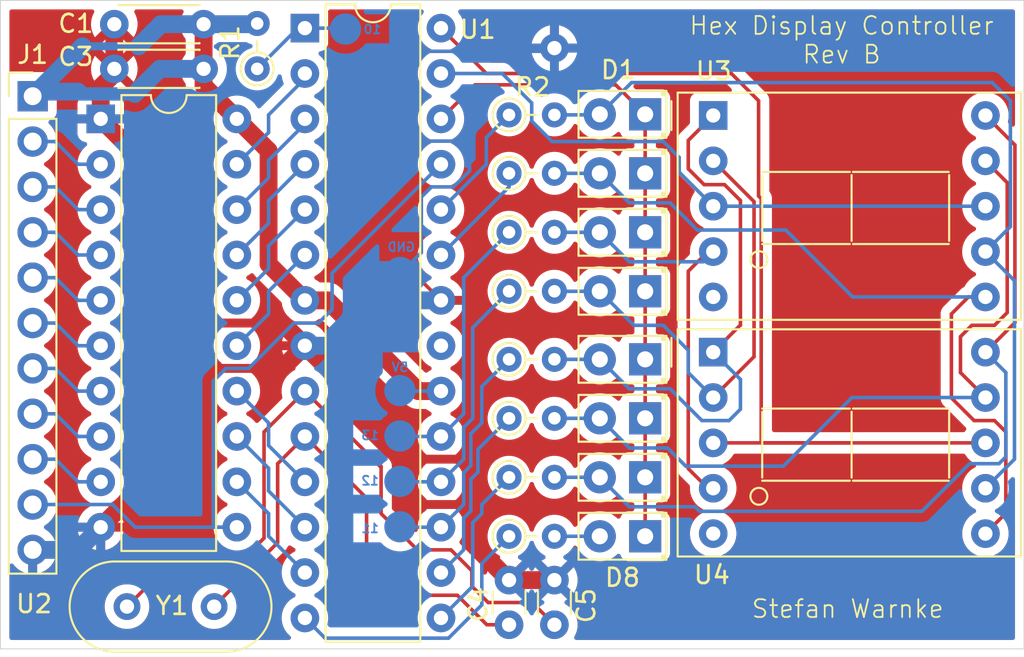
<source format=kicad_pcb>
(kicad_pcb (version 20241229) (generator "pcbnew") (generator_version "9.0")
  (title_block (title "Hex Display Controller") (date "2025-02-02") (rev "A") (company "Stefan Warnke"))
  (layers (0 "F.Cu" signal) (2 "B.Cu" signal) (13 "F.Paste" user) (15 "B.Paste" user) (5 "F.SilkS" user "F.Silkscreen") (7 "B.SilkS" user "B.Silkscreen") (1 "F.Mask" user) (3 "B.Mask" user) (25 "Edge.Cuts" user))
  (net 0 "")
  (net 1 "+5V")
  (net 2 "GND")
  (net 3 "Net-(U1-XTAL1{slash}PB6)")
  (net 4 "Net-(U1-XTAL2{slash}PB7)")
  (net 5 "Net-(D1-A)")
  (net 6 "Net-(D1-K)")
  (net 7 "Net-(D2-A)")
  (net 8 "Net-(D3-A)")
  (net 9 "Net-(D4-A)")
  (net 10 "Net-(D5-A)")
  (net 11 "Net-(D6-A)")
  (net 12 "Net-(D7-A)")
  (net 13 "Net-(D8-A)")
  (net 14 "/RES")
  (net 15 "Net-(U1-PD0)")
  (net 16 "Net-(U1-PD6)")
  (net 17 "Net-(U1-PD3)")
  (net 18 "Net-(U1-PD5)")
  (net 19 "Net-(U1-PD4)")
  (net 20 "Net-(U1-PD7)")
  (net 22 "Net-(U1-PC4)")
  (net 23 "Net-(U1-PD1)")
  (net 24 "Net-(U1-PD2)")
  (net 26 "Net-(U1-PC5)")
  (net 27 "Net-(J1-Pin_2)")
  (net 28 "Net-(J1-Pin_8)")
  (net 29 "Net-(J1-Pin_4)")
  (net 30 "Net-(J1-Pin_7)")
  (net 31 "Net-(J1-Pin_5)")
  (net 32 "Net-(J1-Pin_3)")
  (net 33 "Net-(J1-Pin_6)")
  (net 34 "Net-(J1-Pin_9)")
  (net 35 "Net-(J1-Pin_10)")
  (net 36 "/D0")
  (net 37 "/D1")
  (net 38 "/D2")
  (net 39 "/D3")
  (net 40 "/D4")
  (net 41 "/D5")
  (net 42 "/D6")
  (net 43 "/D7")
  (footprint "Resistor_THT:R_Axial_DIN0204_L3.6mm_D1.6mm_P2.54mm_Vertical" (layer "F.Cu") (at 102.87 75.5904)
    (property "Reference" "R9" (hide yes))
    (property "Value" "330" (hide yes))
    (pad "1" thru_hole circle (at 0 0) (size 1.4 1.4) (drill 0.7) (layers "*.Cu" "*.Mask") (net 43 "/D7"))
    (pad "2" thru_hole oval (at 2.54 0) (size 1.4 1.4) (drill 0.7) (layers "*.Cu" "*.Mask") (net 13 "Net-(D8-A)"))
  )
  (footprint "LED_THT:LED_D2.0mm_W4.8mm_H2.5mm_FlatTop" (layer "F.Cu") (at 110.49 72.2884 180)
    (property "Reference" "D7" (hide yes))
    (property "Value" "~" (hide yes))
    (pad "1" thru_hole rect (at 0 0 180) (size 1.8 1.8) (drill 0.9) (layers "*.Cu" "*.Mask") (net 6 "Net-(D1-K)"))
    (pad "2" thru_hole circle (at 2.54 0 180) (size 1.8 1.8) (drill 0.9) (layers "*.Cu" "*.Mask") (net 12 "Net-(D7-A)"))
  )
  (footprint "LED_THT:LED_D2.0mm_W4.8mm_H2.5mm_FlatTop" (layer "F.Cu") (at 110.49 61.8744 180)
    (property "Reference" "D4" (hide yes))
    (property "Value" "~" (hide yes))
    (pad "1" thru_hole rect (at 0 0 180) (size 1.8 1.8) (drill 0.9) (layers "*.Cu" "*.Mask") (net 6 "Net-(D1-K)"))
    (pad "2" thru_hole circle (at 2.54 0 180) (size 1.8 1.8) (drill 0.9) (layers "*.Cu" "*.Mask") (net 9 "Net-(D4-A)"))
  )
  (footprint "Package_DIP:DIP-28_W7.62mm" (layer "F.Cu") (at 91.44 47.1424)
    (property "Reference" "U1" (at 9.6774 0.0762 0) (layer "F.SilkS"))
    (property "Value" "ATmega328-P" (hide yes))
    (pad "1" thru_hole rect (at 0 0) (size 1.6 1.6) (drill 0.8) (layers "*.Cu" "*.Mask") (net 14 "/RES"))
    (pad "2" thru_hole oval (at 0 2.54) (size 1.6 1.6) (drill 0.8) (layers "*.Cu" "*.Mask") (net 15 "Net-(U1-PD0)"))
    (pad "3" thru_hole oval (at 0 5.08) (size 1.6 1.6) (drill 0.8) (layers "*.Cu" "*.Mask") (net 23 "Net-(U1-PD1)"))
    (pad "4" thru_hole oval (at 0 7.62) (size 1.6 1.6) (drill 0.8) (layers "*.Cu" "*.Mask") (net 24 "Net-(U1-PD2)"))
    (pad "5" thru_hole oval (at 0 10.16) (size 1.6 1.6) (drill 0.8) (layers "*.Cu" "*.Mask") (net 17 "Net-(U1-PD3)"))
    (pad "6" thru_hole oval (at 0 12.7) (size 1.6 1.6) (drill 0.8) (layers "*.Cu" "*.Mask") (net 19 "Net-(U1-PD4)"))
    (pad "7" thru_hole oval (at 0 15.24) (size 1.6 1.6) (drill 0.8) (layers "*.Cu" "*.Mask") (net 1 "+5V"))
    (pad "8" thru_hole oval (at 0 17.78) (size 1.6 1.6) (drill 0.8) (layers "*.Cu" "*.Mask") (net 2 "GND"))
    (pad "9" thru_hole oval (at 0 20.32) (size 1.6 1.6) (drill 0.8) (layers "*.Cu" "*.Mask") (net 3 "Net-(U1-XTAL1{slash}PB6)"))
    (pad "10" thru_hole oval (at 0 22.86) (size 1.6 1.6) (drill 0.8) (layers "*.Cu" "*.Mask") (net 4 "Net-(U1-XTAL2{slash}PB7)"))
    (pad "11" thru_hole oval (at 0 25.4) (size 1.6 1.6) (drill 0.8) (layers "*.Cu" "*.Mask") (net 18 "Net-(U1-PD5)"))
    (pad "12" thru_hole oval (at 0 27.94) (size 1.6 1.6) (drill 0.8) (layers "*.Cu" "*.Mask") (net 16 "Net-(U1-PD6)"))
    (pad "13" thru_hole oval (at 0 30.48) (size 1.6 1.6) (drill 0.8) (layers "*.Cu" "*.Mask") (net 20 "Net-(U1-PD7)"))
    (pad "14" thru_hole oval (at 0 33.02) (size 1.6 1.6) (drill 0.8) (layers "*.Cu" "*.Mask") (net 43 "/D7"))
    (pad "15" thru_hole oval (at 7.62 33.02) (size 1.6 1.6) (drill 0.8) (layers "*.Cu" "*.Mask") (net 42 "/D6"))
    (pad "16" thru_hole oval (at 7.62 30.48) (size 1.6 1.6) (drill 0.8) (layers "*.Cu" "*.Mask") (net 41 "/D5"))
    (pad "17" thru_hole oval (at 7.62 27.94) (size 1.6 1.6) (drill 0.8) (layers "*.Cu" "*.Mask") (net 40 "/D4"))
    (pad "18" thru_hole oval (at 7.62 25.4) (size 1.6 1.6) (drill 0.8) (layers "*.Cu" "*.Mask") (net 39 "/D3"))
    (pad "19" thru_hole oval (at 7.62 22.86) (size 1.6 1.6) (drill 0.8) (layers "*.Cu" "*.Mask") (net 38 "/D2"))
    (pad "20" thru_hole oval (at 7.62 20.32) (size 1.6 1.6) (drill 0.8) (layers "*.Cu" "*.Mask") (net 1 "+5V"))
    (pad "21" thru_hole oval (at 7.62 17.78) (size 1.6 1.6) (drill 0.8) (layers "*.Cu" "*.Mask"))
    (pad "22" thru_hole oval (at 7.62 15.24) (size 1.6 1.6) (drill 0.8) (layers "*.Cu" "*.Mask") (net 2 "GND"))
    (pad "23" thru_hole oval (at 7.62 12.7) (size 1.6 1.6) (drill 0.8) (layers "*.Cu" "*.Mask") (net 37 "/D1"))
    (pad "24" thru_hole oval (at 7.62 10.16) (size 1.6 1.6) (drill 0.8) (layers "*.Cu" "*.Mask") (net 36 "/D0"))
    (pad "25" thru_hole oval (at 7.62 7.62) (size 1.6 1.6) (drill 0.8) (layers "*.Cu" "*.Mask") (net 35 "Net-(J1-Pin_10)"))
    (pad "26" thru_hole oval (at 7.62 5.08) (size 1.6 1.6) (drill 0.8) (layers "*.Cu" "*.Mask") (net 6 "Net-(D1-K)"))
    (pad "27" thru_hole oval (at 7.62 2.54) (size 1.6 1.6) (drill 0.8) (layers "*.Cu" "*.Mask") (net 22 "Net-(U1-PC4)"))
    (pad "28" thru_hole oval (at 7.62 0) (size 1.6 1.6) (drill 0.8) (layers "*.Cu" "*.Mask") (net 26 "Net-(U1-PC5)"))
  )
  (footprint "LED_THT:LED_D2.0mm_W4.8mm_H2.5mm_FlatTop" (layer "F.Cu") (at 110.49 51.9684 180)
    (property "Reference" "D1" (at 1.4986 2.4892 0) (layer "F.SilkS"))
    (property "Value" "LED")
    (pad "1" thru_hole rect (at 0 0 180) (size 1.8 1.8) (drill 0.9) (layers "*.Cu" "*.Mask") (net 6 "Net-(D1-K)"))
    (pad "2" thru_hole circle (at 2.54 0 180) (size 1.8 1.8) (drill 0.9) (layers "*.Cu" "*.Mask") (net 5 "Net-(D1-A)"))
  )
  (footprint "Capacitor_THT:C_Disc_D4.3mm_W1.9mm_P5.00mm" (layer "F.Cu") (at 85.77 46.9224 180)
    (property "Reference" "C3" (at 7.157 -1.8202 0) (layer "F.SilkS"))
    (property "Value" "4.7u" (hide yes))
    (pad "1" thru_hole circle (at 0 0 180) (size 1.6 1.6) (drill 0.8) (layers "*.Cu" "*.Mask") (net 1 "+5V"))
    (pad "2" thru_hole circle (at 5 0 180) (size 1.6 1.6) (drill 0.8) (layers "*.Cu" "*.Mask") (net 2 "GND"))
  )
  (footprint "LED_THT:LED_D2.0mm_W4.8mm_H2.5mm_FlatTop" (layer "F.Cu") (at 110.49 68.9864 180)
    (property "Reference" "D6" (hide yes))
    (property "Value" "~" (hide yes))
    (pad "1" thru_hole rect (at 0 0 180) (size 1.8 1.8) (drill 0.9) (layers "*.Cu" "*.Mask") (net 6 "Net-(D1-K)"))
    (pad "2" thru_hole circle (at 2.54 0 180) (size 1.8 1.8) (drill 0.9) (layers "*.Cu" "*.Mask") (net 11 "Net-(D6-A)"))
  )
  (footprint "LED_THT:LED_D2.0mm_W4.8mm_H2.5mm_FlatTop" (layer "F.Cu") (at 110.49 58.5724 180)
    (property "Reference" "D3" (hide yes))
    (property "Value" "~" (hide yes))
    (pad "1" thru_hole rect (at 0 0 180) (size 1.8 1.8) (drill 0.9) (layers "*.Cu" "*.Mask") (net 6 "Net-(D1-K)"))
    (pad "2" thru_hole circle (at 2.54 0 180) (size 1.8 1.8) (drill 0.9) (layers "*.Cu" "*.Mask") (net 8 "Net-(D3-A)"))
  )
  (footprint "Display_7Segment:D1X8K" (layer "F.Cu") (at 114.3 52.0324)
    (property "Reference" "U3" (at 0.03 -2.48 0) (layer "F.SilkS"))
    (property "Value" "D148K" (hide yes))
    (pad "1" thru_hole rect (at 0 0 270) (size 1.6 1.6) (drill 0.8) (layers "*.Cu" "*.Mask") (net 10 "Net-(D5-A)"))
    (pad "2" thru_hole circle (at 0 2.54 270) (size 1.6 1.6) (drill 0.8) (layers "*.Cu" "*.Mask") (net 9 "Net-(D4-A)"))
    (pad "3" thru_hole circle (at 0 5.08 270) (size 1.6 1.6) (drill 0.8) (layers "*.Cu" "*.Mask") (net 22 "Net-(U1-PC4)"))
    (pad "4" thru_hole circle (at 0 7.62 270) (size 1.6 1.6) (drill 0.8) (layers "*.Cu" "*.Mask") (net 8 "Net-(D3-A)"))
    (pad "5" thru_hole circle (at 0 10.16 270) (size 1.6 1.6) (drill 0.8) (layers "*.Cu" "*.Mask"))
    (pad "6" thru_hole circle (at 15.24 10.16 270) (size 1.6 1.6) (drill 0.8) (layers "*.Cu" "*.Mask") (net 7 "Net-(D2-A)"))
    (pad "7" thru_hole circle (at 15.24 7.62 270) (size 1.6 1.6) (drill 0.8) (layers "*.Cu" "*.Mask") (net 5 "Net-(D1-A)"))
    (pad "8" thru_hole circle (at 15.24 5.08 270) (size 1.6 1.6) (drill 0.8) (layers "*.Cu" "*.Mask") (net 22 "Net-(U1-PC4)"))
    (pad "9" thru_hole circle (at 15.24 2.54 270) (size 1.6 1.6) (drill 0.8) (layers "*.Cu" "*.Mask") (net 11 "Net-(D6-A)"))
    (pad "10" thru_hole circle (at 15.24 0 270) (size 1.6 1.6) (drill 0.8) (layers "*.Cu" "*.Mask") (net 12 "Net-(D7-A)"))
  )
  (footprint "Capacitor_THT:C_Disc_D4.3mm_W1.9mm_P5.00mm" (layer "F.Cu") (at 80.77 49.4224)
    (property "Reference" "C1" (at -2.157 -2.534 0) (layer "F.SilkS"))
    (property "Value" "100n" (hide yes))
    (pad "1" thru_hole circle (at 0 0) (size 1.6 1.6) (drill 0.8) (layers "*.Cu" "*.Mask") (net 2 "GND"))
    (pad "2" thru_hole circle (at 5 0) (size 1.6 1.6) (drill 0.8) (layers "*.Cu" "*.Mask") (net 1 "+5V"))
  )
  (footprint "Crystal:Crystal_HC49-U_Vertical" (layer "F.Cu") (at 86.36 79.5274 180)
    (property "Reference" "Y1" (at 2.3622 0.0508 0) (layer "F.SilkS"))
    (property "Value" "16MHz" (hide yes))
    (pad "1" thru_hole circle (at 0 0 180) (size 1.5 1.5) (drill 0.8) (layers "*.Cu" "*.Mask") (net 4 "Net-(U1-XTAL2{slash}PB7)"))
    (pad "2" thru_hole circle (at 4.88 0 180) (size 1.5 1.5) (drill 0.8) (layers "*.Cu" "*.Mask") (net 3 "Net-(U1-XTAL1{slash}PB6)"))
  )
  (footprint "Resistor_THT:R_Axial_DIN0204_L3.6mm_D1.6mm_P2.54mm_Vertical" (layer "F.Cu") (at 102.87 51.9984)
    (property "Reference" "R2" (at 1.3208 -1.554 0) (layer "F.SilkS"))
    (property "Value" "330")
    (pad "1" thru_hole circle (at 0 0) (size 1.4 1.4) (drill 0.7) (layers "*.Cu" "*.Mask") (net 36 "/D0"))
    (pad "2" thru_hole oval (at 2.54 0) (size 1.4 1.4) (drill 0.7) (layers "*.Cu" "*.Mask") (net 5 "Net-(D1-A)"))
  )
  (footprint "LED_THT:LED_D2.0mm_W4.8mm_H2.5mm_FlatTop" (layer "F.Cu") (at 110.49 55.2704 180)
    (property "Reference" "D2" (hide yes))
    (property "Value" "~" (hide yes))
    (pad "1" thru_hole rect (at 0 0 180) (size 1.8 1.8) (drill 0.9) (layers "*.Cu" "*.Mask") (net 6 "Net-(D1-K)"))
    (pad "2" thru_hole circle (at 2.54 0 180) (size 1.8 1.8) (drill 0.9) (layers "*.Cu" "*.Mask") (net 7 "Net-(D2-A)"))
  )
  (footprint "Resistor_THT:R_Axial_DIN0204_L3.6mm_D1.6mm_P2.54mm_Vertical" (layer "F.Cu") (at 102.87 72.2884)
    (property "Reference" "R8" (hide yes))
    (property "Value" "330" (hide yes))
    (pad "1" thru_hole circle (at 0 0) (size 1.4 1.4) (drill 0.7) (layers "*.Cu" "*.Mask") (net 42 "/D6"))
    (pad "2" thru_hole oval (at 2.54 0) (size 1.4 1.4) (drill 0.7) (layers "*.Cu" "*.Mask") (net 12 "Net-(D7-A)"))
  )
  (footprint "Capacitor_THT:C_Disc_D3.0mm_W1.6mm_P2.50mm" (layer "F.Cu") (at 105.41 80.5434 90)
    (property "Reference" "C5" (at 1.0668 1.778 90) (layer "F.SilkS"))
    (property "Value" "22p" (hide yes))
    (pad "1" thru_hole circle (at 0 0 90) (size 1.6 1.6) (drill 0.8) (layers "*.Cu" "*.Mask") (net 3 "Net-(U1-XTAL1{slash}PB6)"))
    (pad "2" thru_hole circle (at 2.5 0 90) (size 1.6 1.6) (drill 0.8) (layers "*.Cu" "*.Mask") (net 2 "GND"))
  )
  (footprint "Resistor_THT:R_Axial_DIN0204_L3.6mm_D1.6mm_P2.54mm_Vertical" (layer "F.Cu") (at 88.77 49.4224 90)
    (property "Reference" "R1" (at 1.4672 -1.521 90) (layer "F.SilkS"))
    (property "Value" "1k" (hide yes))
    (pad "1" thru_hole circle (at 0 0 90) (size 1.4 1.4) (drill 0.7) (layers "*.Cu" "*.Mask") (net 14 "/RES"))
    (pad "2" thru_hole oval (at 2.54 0 90) (size 1.4 1.4) (drill 0.7) (layers "*.Cu" "*.Mask") (net 1 "+5V"))
  )
  (footprint "Connector_PinHeader_2.54mm:PinHeader_1x11_P2.54mm_Vertical" (layer "F.Cu") (at 76.2 50.9524)
    (property "Reference" "J1" (at 0 -2.33 0) (layer "F.SilkS"))
    (property "Value" "Data_In" (hide yes))
    (pad "1" thru_hole rect (at 0 0) (size 1.7 1.7) (drill 1) (layers "*.Cu" "*.Mask") (net 1 "+5V"))
    (pad "2" thru_hole oval (at 0 2.54) (size 1.7 1.7) (drill 1) (layers "*.Cu" "*.Mask") (net 27 "Net-(J1-Pin_2)"))
    (pad "3" thru_hole oval (at 0 5.08) (size 1.7 1.7) (drill 1) (layers "*.Cu" "*.Mask") (net 32 "Net-(J1-Pin_3)"))
    (pad "4" thru_hole oval (at 0 7.62) (size 1.7 1.7) (drill 1) (layers "*.Cu" "*.Mask") (net 29 "Net-(J1-Pin_4)"))
    (pad "5" thru_hole oval (at 0 10.16) (size 1.7 1.7) (drill 1) (layers "*.Cu" "*.Mask") (net 31 "Net-(J1-Pin_5)"))
    (pad "6" thru_hole oval (at 0 12.7) (size 1.7 1.7) (drill 1) (layers "*.Cu" "*.Mask") (net 33 "Net-(J1-Pin_6)"))
    (pad "7" thru_hole oval (at 0 15.24) (size 1.7 1.7) (drill 1) (layers "*.Cu" "*.Mask") (net 30 "Net-(J1-Pin_7)"))
    (pad "8" thru_hole oval (at 0 17.78) (size 1.7 1.7) (drill 1) (layers "*.Cu" "*.Mask") (net 28 "Net-(J1-Pin_8)"))
    (pad "9" thru_hole oval (at 0 20.32) (size 1.7 1.7) (drill 1) (layers "*.Cu" "*.Mask") (net 34 "Net-(J1-Pin_9)"))
    (pad "10" thru_hole oval (at 0 22.86) (size 1.7 1.7) (drill 1) (layers "*.Cu" "*.Mask") (net 35 "Net-(J1-Pin_10)"))
    (pad "11" thru_hole oval (at 0 25.4) (size 1.7 1.7) (drill 1) (layers "*.Cu" "*.Mask") (net 2 "GND"))
  )
  (footprint "Resistor_THT:R_Axial_DIN0204_L3.6mm_D1.6mm_P2.54mm_Vertical" (layer "F.Cu") (at 102.87 65.6844)
    (property "Reference" "R6" (hide yes))
    (property "Value" "330" (hide yes))
    (pad "1" thru_hole circle (at 0 0) (size 1.4 1.4) (drill 0.7) (layers "*.Cu" "*.Mask") (net 40 "/D4"))
    (pad "2" thru_hole oval (at 2.54 0) (size 1.4 1.4) (drill 0.7) (layers "*.Cu" "*.Mask") (net 10 "Net-(D5-A)"))
  )
  (footprint "LED_THT:LED_D2.0mm_W4.8mm_H2.5mm_FlatTop" (layer "F.Cu") (at 110.49 75.5904 180)
    (property "Reference" "D8" (at 1.27 -2.31 0) (layer "F.SilkS"))
    (property "Value" "LED" (hide yes))
    (pad "1" thru_hole rect (at 0 0 180) (size 1.8 1.8) (drill 0.9) (layers "*.Cu" "*.Mask") (net 6 "Net-(D1-K)"))
    (pad "2" thru_hole circle (at 2.54 0 180) (size 1.8 1.8) (drill 0.9) (layers "*.Cu" "*.Mask") (net 13 "Net-(D8-A)"))
  )
  (footprint "" (layer "F.Cu") (at 105.41 48.26)
    (property "Reference" "" (at 0 0 0) (layer "F.SilkS") (effects (font (size 1.27 1.27))))
    (property "Value" "")
    (pad "22" thru_hole oval (at 0 0) (size 1.6 1.6) (drill 0.8) (layers "*.Cu" "*.Mask") (net 2 "GND"))
  )
  (footprint "Resistor_THT:R_Axial_DIN0204_L3.6mm_D1.6mm_P2.54mm_Vertical" (layer "F.Cu") (at 102.87 58.5724)
    (property "Reference" "R4" (hide yes))
    (property "Value" "330" (hide yes))
    (pad "1" thru_hole circle (at 0 0) (size 1.4 1.4) (drill 0.7) (layers "*.Cu" "*.Mask") (net 38 "/D2"))
    (pad "2" thru_hole oval (at 2.54 0) (size 1.4 1.4) (drill 0.7) (layers "*.Cu" "*.Mask") (net 8 "Net-(D3-A)"))
  )
  (footprint "Resistor_THT:R_Axial_DIN0204_L3.6mm_D1.6mm_P2.54mm_Vertical" (layer "F.Cu") (at 102.87 55.2704)
    (property "Reference" "R3" (hide yes))
    (property "Value" "330" (hide yes))
    (pad "1" thru_hole circle (at 0 0) (size 1.4 1.4) (drill 0.7) (layers "*.Cu" "*.Mask") (net 37 "/D1"))
    (pad "2" thru_hole oval (at 2.54 0) (size 1.4 1.4) (drill 0.7) (layers "*.Cu" "*.Mask") (net 7 "Net-(D2-A)"))
  )
  (footprint "Resistor_THT:R_Axial_DIN0204_L3.6mm_D1.6mm_P2.54mm_Vertical" (layer "F.Cu") (at 102.87 68.9864)
    (property "Reference" "R7" (hide yes))
    (property "Value" "330" (hide yes))
    (pad "1" thru_hole circle (at 0 0) (size 1.4 1.4) (drill 0.7) (layers "*.Cu" "*.Mask") (net 41 "/D5"))
    (pad "2" thru_hole oval (at 2.54 0) (size 1.4 1.4) (drill 0.7) (layers "*.Cu" "*.Mask") (net 11 "Net-(D6-A)"))
  )
  (footprint "Resistor_THT:R_Axial_DIN0204_L3.6mm_D1.6mm_P2.54mm_Vertical" (layer "F.Cu") (at 102.87 61.8744)
    (property "Reference" "R5" (hide yes))
    (property "Value" "330" (hide yes))
    (pad "1" thru_hole circle (at 0 0) (size 1.4 1.4) (drill 0.7) (layers "*.Cu" "*.Mask") (net 39 "/D3"))
    (pad "2" thru_hole oval (at 2.54 0) (size 1.4 1.4) (drill 0.7) (layers "*.Cu" "*.Mask") (net 9 "Net-(D4-A)"))
  )
  (footprint "Capacitor_THT:C_Disc_D3.0mm_W1.6mm_P2.50mm" (layer "F.Cu") (at 102.87 80.5434 90)
    (property "Reference" "C4" (at 1.143 -1.7272 90) (layer "F.SilkS"))
    (property "Value" "22p" (hide yes))
    (pad "1" thru_hole circle (at 0 0 90) (size 1.6 1.6) (drill 0.8) (layers "*.Cu" "*.Mask") (net 4 "Net-(U1-XTAL2{slash}PB7)"))
    (pad "2" thru_hole circle (at 2.5 0 90) (size 1.6 1.6) (drill 0.8) (layers "*.Cu" "*.Mask") (net 2 "GND"))
  )
  (footprint "Package_DIP:DIP-20_W7.62mm" (layer "F.Cu") (at 80.01 52.2224)
    (property "Reference" "U2" (at -3.7338 27.1526 0) (layer "F.SilkS"))
    (property "Value" "74HCT574" (hide yes))
    (pad "1" thru_hole rect (at 0 0) (size 1.6 1.6) (drill 0.8) (layers "*.Cu" "*.Mask") (net 2 "GND"))
    (pad "2" thru_hole oval (at 0 2.54) (size 1.6 1.6) (drill 0.8) (layers "*.Cu" "*.Mask") (net 27 "Net-(J1-Pin_2)"))
    (pad "3" thru_hole oval (at 0 5.08) (size 1.6 1.6) (drill 0.8) (layers "*.Cu" "*.Mask") (net 32 "Net-(J1-Pin_3)"))
    (pad "4" thru_hole oval (at 0 7.62) (size 1.6 1.6) (drill 0.8) (layers "*.Cu" "*.Mask") (net 29 "Net-(J1-Pin_4)"))
    (pad "5" thru_hole oval (at 0 10.16) (size 1.6 1.6) (drill 0.8) (layers "*.Cu" "*.Mask") (net 31 "Net-(J1-Pin_5)"))
    (pad "6" thru_hole oval (at 0 12.7) (size 1.6 1.6) (drill 0.8) (layers "*.Cu" "*.Mask") (net 33 "Net-(J1-Pin_6)"))
    (pad "7" thru_hole oval (at 0 15.24) (size 1.6 1.6) (drill 0.8) (layers "*.Cu" "*.Mask") (net 30 "Net-(J1-Pin_7)"))
    (pad "8" thru_hole oval (at 0 17.78) (size 1.6 1.6) (drill 0.8) (layers "*.Cu" "*.Mask") (net 28 "Net-(J1-Pin_8)"))
    (pad "9" thru_hole oval (at 0 20.32) (size 1.6 1.6) (drill 0.8) (layers "*.Cu" "*.Mask") (net 34 "Net-(J1-Pin_9)"))
    (pad "10" thru_hole oval (at 0 22.86) (size 1.6 1.6) (drill 0.8) (layers "*.Cu" "*.Mask") (net 2 "GND"))
    (pad "11" thru_hole oval (at 7.62 22.86) (size 1.6 1.6) (drill 0.8) (layers "*.Cu" "*.Mask") (net 35 "Net-(J1-Pin_10)"))
    (pad "12" thru_hole oval (at 7.62 20.32) (size 1.6 1.6) (drill 0.8) (layers "*.Cu" "*.Mask") (net 20 "Net-(U1-PD7)"))
    (pad "13" thru_hole oval (at 7.62 17.78) (size 1.6 1.6) (drill 0.8) (layers "*.Cu" "*.Mask") (net 16 "Net-(U1-PD6)"))
    (pad "14" thru_hole oval (at 7.62 15.24) (size 1.6 1.6) (drill 0.8) (layers "*.Cu" "*.Mask") (net 18 "Net-(U1-PD5)"))
    (pad "15" thru_hole oval (at 7.62 12.7) (size 1.6 1.6) (drill 0.8) (layers "*.Cu" "*.Mask") (net 19 "Net-(U1-PD4)"))
    (pad "16" thru_hole oval (at 7.62 10.16) (size 1.6 1.6) (drill 0.8) (layers "*.Cu" "*.Mask") (net 17 "Net-(U1-PD3)"))
    (pad "17" thru_hole oval (at 7.62 7.62) (size 1.6 1.6) (drill 0.8) (layers "*.Cu" "*.Mask") (net 24 "Net-(U1-PD2)"))
    (pad "18" thru_hole oval (at 7.62 5.08) (size 1.6 1.6) (drill 0.8) (layers "*.Cu" "*.Mask") (net 23 "Net-(U1-PD1)"))
    (pad "19" thru_hole oval (at 7.62 2.54) (size 1.6 1.6) (drill 0.8) (layers "*.Cu" "*.Mask") (net 15 "Net-(U1-PD0)"))
    (pad "20" thru_hole oval (at 7.62 0) (size 1.6 1.6) (drill 0.8) (layers "*.Cu" "*.Mask") (net 1 "+5V"))
  )
  (footprint "Display_7Segment:D1X8K" (layer "F.Cu") (at 114.3 65.2824)
    (property "Reference" "U4" (at -0.0762 12.467 0) (layer "F.SilkS"))
    (property "Value" "D148K" (hide yes))
    (pad "1" thru_hole rect (at 0 0 270) (size 1.6 1.6) (drill 0.8) (layers "*.Cu" "*.Mask") (net 10 "Net-(D5-A)"))
    (pad "2" thru_hole circle (at 0 2.54 270) (size 1.6 1.6) (drill 0.8) (layers "*.Cu" "*.Mask") (net 9 "Net-(D4-A)"))
    (pad "3" thru_hole circle (at 0 5.08 270) (size 1.6 1.6) (drill 0.8) (layers "*.Cu" "*.Mask") (net 26 "Net-(U1-PC5)"))
    (pad "4" thru_hole circle (at 0 7.62 270) (size 1.6 1.6) (drill 0.8) (layers "*.Cu" "*.Mask") (net 8 "Net-(D3-A)"))
    (pad "5" thru_hole circle (at 0 10.16 270) (size 1.6 1.6) (drill 0.8) (layers "*.Cu" "*.Mask"))
    (pad "6" thru_hole circle (at 15.24 10.16 270) (size 1.6 1.6) (drill 0.8) (layers "*.Cu" "*.Mask") (net 7 "Net-(D2-A)"))
    (pad "7" thru_hole circle (at 15.24 7.62 270) (size 1.6 1.6) (drill 0.8) (layers "*.Cu" "*.Mask") (net 5 "Net-(D1-A)"))
    (pad "8" thru_hole circle (at 15.24 5.08 270) (size 1.6 1.6) (drill 0.8) (layers "*.Cu" "*.Mask") (net 26 "Net-(U1-PC5)"))
    (pad "9" thru_hole circle (at 15.24 2.54 270) (size 1.6 1.6) (drill 0.8) (layers "*.Cu" "*.Mask") (net 11 "Net-(D6-A)"))
    (pad "10" thru_hole circle (at 15.24 0 270) (size 1.6 1.6) (drill 0.8) (layers "*.Cu" "*.Mask") (net 12 "Net-(D7-A)"))
  )
  (footprint "LED_THT:LED_D2.0mm_W4.8mm_H2.5mm_FlatTop" (layer "F.Cu") (at 110.49 65.6844 180)
    (property "Reference" "D5" (hide yes))
    (property "Value" "~" (hide yes))
    (pad "1" thru_hole rect (at 0 0 180) (size 1.8 1.8) (drill 0.9) (layers "*.Cu" "*.Mask") (net 6 "Net-(D1-K)"))
    (pad "2" thru_hole circle (at 2.54 0 180) (size 1.8 1.8) (drill 0.9) (layers "*.Cu" "*.Mask") (net 10 "Net-(D5-A)"))
  )
  (gr_circle (center 96.760572 69.977) (end 97.166972 70.6374) (stroke (width 0.2)) (fill yes) (layer "B.Cu") (net 38))
  (gr_circle (center 96.774 60.819572) (end 97.1804 61.479972) (stroke (width 0.2)) (fill yes) (layer "B.Cu") (net 2))
  (gr_circle (center 96.760572 67.437) (end 97.166972 68.0974) (stroke (width 0.2)) (fill yes) (layer "B.Cu") (net 1))
  (gr_circle (center 93.712572 47.1932) (end 94.118972 47.8536) (stroke (width 0.2)) (fill yes) (layer "B.Cu") (net 14))
  (gr_circle (center 96.760572 72.517) (end 97.166972 73.1774) (stroke (width 0.2)) (fill yes) (layer "B.Cu") (net 39))
  (gr_circle (center 96.760572 75.057) (end 97.166972 75.7174) (stroke (width 0.2)) (fill yes) (layer "B.Cu") (net 40))
  (gr_rect (start 74.3966 45.593) (end 131.6966 81.893) (stroke (width 0.05)) (fill no) (layer "Edge.Cuts"))
  (gr_text "12" (at 95.631 72.771 0) (layer "B.Cu") (effects (font (size 0.5 0.5) (thickness 0.1) (bold yes)) (justify left bottom mirror)))
  (gr_text "10" (at 95.758 47.498 0) (layer "B.Cu") (effects (font (size 0.5 0.5) (thickness 0.1) (bold yes)) (justify left bottom mirror)))
  (gr_text "5V" (at 97.282 66.421 0) (layer "B.Cu") (effects (font (size 0.5 0.5) (thickness 0.1) (bold yes)) (justify left bottom mirror)))
  (gr_text "13" (at 95.631 70.231 0) (layer "B.Cu") (effects (font (size 0.5 0.5) (thickness 0.1) (bold yes)) (justify left bottom mirror)))
  (gr_text "GND" (at 97.663 59.69 0) (layer "B.Cu") (effects (font (size 0.5 0.5) (thickness 0.1) (bold yes)) (justify left bottom mirror)))
  (gr_text "11" (at 95.631 75.438 0) (layer "B.Cu") (effects (font (size 0.5 0.5) (thickness 0.1) (bold yes)) (justify left bottom mirror)))
  (gr_text "Stefan Warnke" (at 116.3828 80.2386 0) (layer "F.SilkS") (effects (font (size 1 1) (thickness 0.1)) (justify left bottom)))
  (gr_text "Hex Display Controller\nRev B" (at 121.4882 49.1998 0) (layer "F.SilkS") (effects (font (size 1 1) (thickness 0.1)) (justify bottom)))
  (segment (start 85.77 49.4224) (end 85.77 50.3624) (width 1) (layer "F.Cu") (net 1))
  (segment (start 89.408 60.3504) (end 91.44 62.3824) (width 1) (layer "F.Cu") (net 1))
  (segment (start 89.408 54.0004) (end 89.408 60.3504) (width 1) (layer "F.Cu") (net 1))
  (segment (start 97.79 67.4624) (end 99.06 67.4624) (width 1) (layer "F.Cu") (net 1))
  (segment (start 87.63 52.2224) (end 89.408 54.0004) (width 1) (layer "F.Cu") (net 1))
  (segment (start 92.71 62.3824) (end 97.79 67.4624) (width 1) (layer "F.Cu") (net 1))
  (segment (start 85.77 49.4224) (end 85.77 46.9224) (width 1) (layer "F.Cu") (net 1))
  (segment (start 85.77 50.3624) (end 87.63 52.2224) (width 1) (layer "F.Cu") (net 1))
  (segment (start 91.44 62.3824) (end 92.71 62.3824) (width 1) (layer "F.Cu") (net 1))
  (segment (start 81.915 50.8254) (end 78.867 50.8254) (width 0.75) (layer "B.Cu") (net 1))
  (segment (start 76.2 50.9524) (end 76.454 50.6984) (width 0.2) (layer "B.Cu") (net 1))
  (segment (start 83.318 49.4224) (end 85.77 49.4224) (width 1) (layer "B.Cu") (net 1))
  (segment (start 88.73 46.9224) (end 88.77 46.8824) (width 0.2) (layer "B.Cu") (net 1))
  (segment (start 96.785972 67.4624) (end 99.06 67.4624) (width 0.2) (layer "B.Cu") (net 1))
  (segment (start 85.77 46.9224) (end 83.3796 46.9224) (width 1) (layer "B.Cu") (net 1))
  (segment (start 81.915 50.8254) (end 83.318 49.4224) (width 1) (layer "B.Cu") (net 1))
  (segment (start 82.1436 48.1584) (end 78.994 48.1584) (width 0.45) (layer "B.Cu") (net 1))
  (segment (start 76.454 50.6984) (end 78.74 50.6984) (width 1) (layer "B.Cu") (net 1))
  (segment (start 96.760572 67.437) (end 96.785972 67.4624) (width 0.2) (layer "B.Cu") (net 1))
  (segment (start 85.77 46.9224) (end 88.73 46.9224) (width 1) (layer "B.Cu") (net 1))
  (segment (start 83.3796 46.9224) (end 82.1436 48.1584) (width 1) (layer "B.Cu") (net 1))
  (segment (start 76.2 50.9524) (end 78.994 48.1584) (width 1) (layer "B.Cu") (net 1))
  (segment (start 90.17 66.1924) (end 89.916 66.1924) (width 1) (layer "F.Cu") (net 2))
  (segment (start 105.41 78.0434) (end 102.87 78.0434) (width 1) (layer "F.Cu") (net 2))
  (segment (start 100.7364 71.3232) (end 100.6856 71.2724) (width 0.5) (layer "F.Cu") (net 2))
  (segment (start 82.804 66.1924) (end 82.804 63.6524) (width 1) (layer "F.Cu") (net 2))
  (segment (start 97.028 60.3504) (end 97.028 46.2788) (width 0.2) (layer "F.Cu") (net 2))
  (segment (start 82.804 63.6524) (end 86.36 63.6524) (width 1) (layer "F.Cu") (net 2))
  (segment (start 99.06 62.3824) (end 97.028 60.3504) (width 0.2) (layer "F.Cu") (net 2))
  (segment (start 100.7364 73.914) (end 100.7364 75.9098) (width 1) (layer "F.Cu") (net 2))
  (segment (start 80.01 75.0824) (end 82.804 72.2884) (width 1) (layer "F.Cu") (net 2))
  (segment (start 100.6348 73.8124) (end 100.7364 73.914) (width 0.5) (layer "F.Cu") (net 2))
  (segment (start 97.8408 73.8124) (end 97.028 72.9996) (width 1) (layer "F.Cu") (net 2))
  (segment (start 82.804 55.0164) (end 80.01 52.2224) (width 1) (layer "F.Cu") (net 2))
  (segment (start 100.7364 75.9098) (end 102.87 78.0434) (width 1) (layer "F.Cu") (net 2))
  (segment (start 97.8408 73.8124) (end 100.6348 73.8124) (width 0.5) (layer "F.Cu") (net 2))
  (segment (start 90.17 63.6524) (end 91.44 64.9224) (width 1) (layer "F.Cu") (net 2))
  (segment (start 89.916 66.1924) (end 89.154 66.1924) (width 1) (layer "F.Cu") (net 2))
  (segment (start 100.7364 71.3232) (end 100.7364 73.914) (width 1) (layer "F.Cu") (net 2))
  (segment (start 91.44 64.9224) (end 90.17 66.1924) (width 1) (layer "F.Cu") (net 2))
  (segment (start 80.77 49.4224) (end 80.77 49.6804) (width 0.2) (layer "F.Cu") (net 2))
  (segment (start 82.804 72.2884) (end 82.804 66.1924) (width 1) (layer "F.Cu") (net 2))
  (segment (start 89.154 63.6524) (end 90.17 63.6524) (width 1) (layer "F.Cu") (net 2))
  (segment (start 97.028 70.5104) (end 91.44 64.9224) (width 1) (layer "F.Cu") (net 2))
  (segment (start 97.028 72.9996) (end 97.028 70.5104) (width 1) (layer "F.Cu") (net 2))
  (segment (start 80.01 50.4404) (end 80.01 52.2224) (width 1) (layer "F.Cu") (net 2))
  (segment (start 86.36 66.1924) (end 89.154 66.1924) (width 0.5) (layer "F.Cu") (net 2))
  (segment (start 89.154 63.6524) (end 86.36 63.6524) (width 0.5) (layer "F.Cu") (net 2))
  (segment (start 80.77 49.6804) (end 80.01 50.4404) (width 1) (layer "F.Cu") (net 2))
  (segment (start 82.804 66.1924) (end 86.36 66.1924) (width 1) (layer "F.Cu") (net 2))
  (segment (start 82.804 63.6524) (end 82.804 55.0164) (width 1) (layer "F.Cu") (net 2))
  (segment (start 80.77 46.9224) (end 80.77 49.4224) (width 1) (layer "F.Cu") (net 2))
  (segment (start 100.6856 71.2724) (end 97.028 71.2724) (width 0.5) (layer "F.Cu") (net 2))
  (segment (start 97.959 59.709367) (end 97.959 56.6) (width 0.2) (layer "B.Cu") (net 2))
  (segment (start 96.774 62.1284) (end 96.774 60.819572) (width 0.2) (layer "B.Cu") (net 2))
  (segment (start 97.6122 48.4378) (end 105.41 48.4378) (width 0.2) (layer "B.Cu") (net 2))
  (segment (start 99.7629 56.0324) (end 100.6602 55.1351) (width 0.2) (layer "B.Cu") (net 2))
  (segment (start 91.44 64.9224) (end 93.98 64.9224) (width 1) (layer "B.Cu") (net 2))
  (segment (start 100.6602 54.0004) (end 100.1268 53.467) (width 0.2) (layer "B.Cu") (net 2))
  (segment (start 100.1268 53.467) (end 97.8662 53.467) (width 0.2) (layer "B.Cu") (net 2))
  (segment (start 96.848795 60.819572) (end 97.959 59.709367) (width 0.2) (layer "B.Cu") (net 2))
  (segment (start 76.2 76.3524) (end 78.74 76.3524) (width 1) (layer "B.Cu") (net 2))
  (segment (start 97.8662 53.467) (end 97.6122 53.213) (width 0.2) (layer "B.Cu") (net 2))
  (segment (start 98.5266 56.0324) (end 99.7629 56.0324) (width 0.2) (layer "B.Cu") (net 2))
  (segment (start 96.52 62.3824) (end 96.774 62.1284) (width 0.2) (layer "B.Cu") (net 2))
  (segment (start 93.98 64.9224) (end 96.52 62.3824) (width 1) (layer "B.Cu") (net 2))
  (segment (start 78.74 76.3524) (end 80.01 75.0824) (width 1) (layer "B.Cu") (net 2))
  (segment (start 100.6602 55.1351) (end 100.6602 54.0004) (width 0.2) (layer "B.Cu") (net 2))
  (segment (start 96.774 60.819572) (end 96.848795 60.819572) (width 0.2) (layer "B.Cu") (net 2))
  (segment (start 96.52 62.3824) (end 99.06 62.3824) (width 1) (layer "B.Cu") (net 2))
  (segment (start 97.6122 53.213) (end 97.6122 48.4378) (width 0.2) (layer "B.Cu") (net 2))
  (segment (start 97.959 56.6) (end 98.5266 56.0324) (width 0.2) (layer "B.Cu") (net 2))
  (segment (start 89.154 75.692) (end 87.2236 77.6224) (width 0.2) (layer "F.Cu") (net 3))
  (segment (start 95.6564 71.6788) (end 91.44 67.4624) (width 0.2) (layer "F.Cu") (net 3))
  (segment (start 105.41 80.5434) (end 104.1654 79.2988) (width 0.2) (layer "F.Cu") (net 3))
  (segment (start 91.44 67.4624) (end 89.154 69.7484) (width 0.2) (layer "F.Cu") (net 3))
  (segment (start 100.7872 78.3844) (end 100.7872 77.5208) (width 0.2) (layer "F.Cu") (net 3))
  (segment (start 101.7016 79.2988) (end 100.7872 78.3844) (width 0.2) (layer "F.Cu") (net 3))
  (segment (start 100.7872 77.5208) (end 99.6188 76.3524) (width 0.2) (layer "F.Cu") (net 3))
  (segment (start 89.154 69.7484) (end 89.154 75.692) (width 0.2) (layer "F.Cu") (net 3))
  (segment (start 99.6188 76.3524) (end 97.7392 76.3524) (width 0.2) (layer "F.Cu") (net 3))
  (segment (start 95.7072 74.3204) (end 95.7072 71.6788) (width 0.2) (layer "F.Cu") (net 3))
  (segment (start 95.7072 71.6788) (end 95.6564 71.6788) (width 0.2) (layer "F.Cu") (net 3))
  (segment (start 83.385 77.6224) (end 81.48 79.5274) (width 0.2) (layer "F.Cu") (net 3))
  (segment (start 104.1654 79.2988) (end 101.7016 79.2988) (width 0.2) (layer "F.Cu") (net 3))
  (segment (start 97.7392 76.3524) (end 95.7072 74.3204) (width 0.2) (layer "F.Cu") (net 3))
  (segment (start 87.2236 77.6224) (end 83.385 77.6224) (width 0.2) (layer "F.Cu") (net 3))
  (segment (start 91.44 70.0024) (end 94.8944 73.4568) (width 0.2) (layer "F.Cu") (net 4))
  (segment (start 99.9744 78.8924) (end 101.6254 80.5434) (width 0.2) (layer "F.Cu") (net 4))
  (segment (start 89.916 71.5264) (end 91.44 70.0024) (width 0.2) (layer "F.Cu") (net 4))
  (segment (start 86.4743 79.4131) (end 86.4743 79.3877) (width 0.2) (layer "F.Cu") (net 4))
  (segment (start 101.6254 80.5434) (end 102.87 80.5434) (width 0.2) (layer "F.Cu") (net 4))
  (segment (start 86.36 79.5274) (end 86.4743 79.4131) (width 0.2) (layer "F.Cu") (net 4))
  (segment (start 86.4743 79.3877) (end 89.916 75.946) (width 0.2) (layer "F.Cu") (net 4))
  (segment (start 94.8944 76.0984) (end 97.6884 78.8924) (width 0.2) (layer "F.Cu") (net 4))
  (segment (start 97.6884 78.8924) (end 99.9744 78.8924) (width 0.2) (layer "F.Cu") (net 4))
  (segment (start 94.8944 73.4568) (end 94.8944 76.0984) (width 0.2) (layer "F.Cu") (net 4))
  (segment (start 89.916 75.946) (end 89.916 71.5264) (width 0.2) (layer "F.Cu") (net 4))
  (segment (start 129.54 59.6524) (end 131.1656 61.278) (width 0.2) (layer "B.Cu") (net 5))
  (segment (start 105.41 51.9984) (end 107.92 51.9984) (width 0.2) (layer "B.Cu") (net 5))
  (segment (start 130.937 58.2554) (end 129.54 59.6524) (width 0.2) (layer "B.Cu") (net 5))
  (segment (start 129.921 50.1904) (end 130.937 51.2064) (width 0.2) (layer "B.Cu") (net 5))
  (segment (start 109.728 50.1904) (end 129.921 50.1904) (width 0.2) (layer "B.Cu") (net 5))
  (segment (start 107.95 51.9684) (end 109.728 50.1904) (width 0.2) (layer "B.Cu") (net 5))
  (segment (start 107.92 51.9984) (end 107.95 51.9684) (width 0.2) (layer "B.Cu") (net 5))
  (segment (start 130.937 51.2064) (end 130.937 58.2554) (width 0.2) (layer "B.Cu") (net 5))
  (segment (start 131.1656 71.2768) (end 129.54 72.9024) (width 0.2) (layer "B.Cu") (net 5))
  (segment (start 131.1656 61.278) (end 131.1656 71.2768) (width 0.2) (layer "B.Cu") (net 5))
  (segment (start 110.49 68.9864) (end 110.49 72.2884) (width 0.2) (layer "F.Cu") (net 6))
  (segment (start 110.49 61.8744) (end 110.49 65.6844) (width 0.2) (layer "F.Cu") (net 6))
  (segment (start 100.965 50.3174) (end 99.06 52.2224) (width 0.2) (layer "F.Cu") (net 6))
  (segment (start 110.49 72.2884) (end 110.49 75.5904) (width 0.2) (layer "F.Cu") (net 6))
  (segment (start 110.49 51.9684) (end 108.839 50.3174) (width 0.2) (layer "F.Cu") (net 6))
  (segment (start 110.49 55.2704) (end 110.49 58.5724) (width 0.2) (layer "F.Cu") (net 6))
  (segment (start 110.49 51.9684) (end 110.49 55.2704) (width 0.2) (layer "F.Cu") (net 6))
  (segment (start 110.49 65.6844) (end 110.49 68.9864) (width 0.2) (layer "F.Cu") (net 6))
  (segment (start 108.839 50.3174) (end 100.965 50.3174) (width 0.2) (layer "F.Cu") (net 6))
  (segment (start 110.49 58.5724) (end 110.49 61.8744) (width 0.2) (layer "F.Cu") (net 6))
  (segment (start 129.54 62.1924) (end 128.587 62.1924) (width 0.2) (layer "F.Cu") (net 7))
  (segment (start 130.683 74.2994) (end 129.54 75.4424) (width 0.2) (layer "F.Cu") (net 7))
  (segment (start 128.587 62.1924) (end 127.635 63.1444) (width 0.2) (layer "F.Cu") (net 7))
  (segment (start 130.683 69.7484) (end 130.683 74.2994) (width 0.2) (layer "F.Cu") (net 7))
  (segment (start 127.635 67.8434) (end 128.905 69.1134) (width 0.2) (layer "F.Cu") (net 7))
  (segment (start 128.905 69.1134) (end 130.048 69.1134) (width 0.2) (layer "F.Cu") (net 7))
  (segment (start 127.635 63.1444) (end 127.635 67.8434) (width 0.2) (layer "F.Cu") (net 7))
  (segment (start 130.048 69.1134) (end 130.683 69.7484) (width 0.2) (layer "F.Cu") (net 7))
  (segment (start 109.601 56.9214) (end 111.887 56.9214) (width 0.2) (layer "B.Cu") (net 7))
  (segment (start 118.364 58.4454) (end 122.111 62.1924) (width 0.2) (layer "B.Cu") (net 7))
  (segment (start 107.95 55.2704) (end 109.601 56.9214) (width 0.2) (layer "B.Cu") (net 7))
  (segment (start 111.887 56.9214) (end 113.411 58.4454) (width 0.2) (layer "B.Cu") (net 7))
  (segment (start 113.411 58.4454) (end 118.364 58.4454) (width 0.2) (layer "B.Cu") (net 7))
  (segment (start 122.111 62.1924) (end 129.54 62.1924) (width 0.2) (layer "B.Cu") (net 7))
  (segment (start 105.41 55.2704) (end 107.95 55.2704) (width 0.2) (layer "B.Cu") (net 7))
  (segment (start 112.903 60.7524) (end 112.903 71.8024) (width 0.2) (layer "F.Cu") (net 8))
  (segment (start 112.903 71.8024) (end 114.003 72.9024) (width 0.2) (layer "F.Cu") (net 8))
  (segment (start 114.003 59.6524) (end 112.903 60.7524) (width 0.2) (layer "F.Cu") (net 8))
  (segment (start 113.729 60.2234) (end 114.3 59.6524) (width 0.2) (layer "B.Cu") (net 8))
  (segment (start 109.601 60.2234) (end 113.729 60.2234) (width 0.2) (layer "B.Cu") (net 8))
  (segment (start 105.41 58.5724) (end 107.95 58.5724) (width 0.2) (layer "B.Cu") (net 8))
  (segment (start 107.95 58.5724) (end 109.601 60.2234) (width 0.2) (layer "B.Cu") (net 8))
  (segment (start 116.586 65.5364) (end 116.586 56.8584) (width 0.2) (layer "F.Cu") (net 9))
  (segment (start 116.586 56.8584) (end 114.3 54.5724) (width 0.2) (layer "F.Cu") (net 9))
  (segment (start 114.3 67.8224) (end 116.586 65.5364) (width 0.2) (layer "F.Cu") (net 9))
  (segment (start 112.903 65.1764) (end 112.903 66.4254) (width 0.2) (layer "B.Cu") (net 9))
  (segment (start 109.855 63.7794) (end 111.506 63.7794) (width 0.2) (layer "B.Cu") (net 9))
  (segment (start 105.41 61.8744) (end 107.95 61.8744) (width 0.2) (layer "B.Cu") (net 9))
  (segment (start 112.903 66.4254) (end 114.3 67.8224) (width 0.2) (layer "B.Cu") (net 9))
  (segment (start 111.506 63.7794) (end 112.903 65.1764) (width 0.2) (layer "B.Cu") (net 9))
  (segment (start 107.95 61.8744) (end 109.855 63.7794) (width 0.2) (layer "B.Cu") (net 9))
  (segment (start 115.824 56.7944) (end 114.935 55.9054) (width 0.2) (layer "F.Cu") (net 10))
  (segment (start 115.803 63.7794) (end 115.824 63.7794) (width 0.2) (layer "F.Cu") (net 10))
  (segment (start 112.903 53.4294) (end 114.3 52.0324) (width 0.2) (layer "F.Cu") (net 10))
  (segment (start 112.903 55.0164) (end 112.903 53.4294) (width 0.2) (layer "F.Cu") (net 10))
  (segment (start 114.3 65.2824) (end 115.803 63.7794) (width 0.2) (layer "F.Cu") (net 10))
  (segment (start 113.792 55.9054) (end 112.903 55.0164) (width 0.2) (layer "F.Cu") (net 10))
  (segment (start 115.824 63.7794) (end 115.824 56.7944) (width 0.2) (layer "F.Cu") (net 10))
  (segment (start 114.935 55.9054) (end 113.792 55.9054) (width 0.2) (layer "F.Cu") (net 10))
  (segment (start 111.887 67.3354) (end 113.665 69.1134) (width 0.2) (layer "B.Cu") (net 10))
  (segment (start 113.665 69.1134) (end 115.189 69.1134) (width 0.2) (layer "B.Cu") (net 10))
  (segment (start 105.41 65.6844) (end 107.95 65.6844) (width 0.2) (layer "B.Cu") (net 10))
  (segment (start 107.95 65.6844) (end 109.601 67.3354) (width 0.2) (layer "B.Cu") (net 10))
  (segment (start 115.824 68.4784) (end 115.824 66.8064) (width 0.2) (layer "B.Cu") (net 10))
  (segment (start 109.601 67.3354) (end 111.887 67.3354) (width 0.2) (layer "B.Cu") (net 10))
  (segment (start 115.189 69.1134) (end 115.824 68.4784) (width 0.2) (layer "B.Cu") (net 10))
  (segment (start 115.824 66.8064) (end 114.3 65.2824) (width 0.2) (layer "B.Cu") (net 10))
  (segment (start 130.048 63.7794) (end 128.778 63.7794) (width 0.2) (layer "F.Cu") (net 11))
  (segment (start 130.7592 63.0682) (end 130.048 63.7794) (width 0.2) (layer "F.Cu") (net 11))
  (segment (start 128.143 64.4144) (end 128.143 66.4254) (width 0.2) (layer "F.Cu") (net 11))
  (segment (start 128.778 63.7794) (end 128.143 64.4144) (width 0.2) (layer "F.Cu") (net 11))
  (segment (start 128.143 66.4254) (end 129.54 67.8224) (width 0.2) (layer "F.Cu") (net 11))
  (segment (start 129.54 54.5724) (end 130.7592 55.7916) (width 0.2) (layer "F.Cu") (net 11))
  (segment (start 130.7592 55.7916) (end 130.7592 63.0682) (width 0.2) (layer "F.Cu") (net 11))
  (segment (start 107.95 68.9864) (end 109.6115 70.6479) (width 0.2) (layer "B.Cu") (net 11))
  (segment (start 109.6115 70.6479) (end 111.7495 70.6479) (width 0.2) (layer "B.Cu") (net 11))
  (segment (start 112.7655 71.6639) (end 118.2265 71.6639) (width 0.2) (layer "B.Cu") (net 11))
  (segment (start 105.41 68.9864) (end 107.95 68.9864) (width 0.2) (layer "B.Cu") (net 11))
  (segment (start 122.068 67.8224) (end 129.773 67.8224) (width 0.2) (layer "B.Cu") (net 11))
  (segment (start 118.2265 71.6639) (end 122.068 67.8224) (width 0.2) (layer "B.Cu") (net 11))
  (segment (start 111.7495 70.6479) (end 112.7655 71.6639) (width 0.2) (layer "B.Cu") (net 11))
  (segment (start 131.191 63.6314) (end 129.54 65.2824) (width 0.2) (layer "F.Cu") (net 12))
  (segment (start 129.54 52.0324) (end 131.191 53.6834) (width 0.2) (layer "F.Cu") (net 12))
  (segment (start 131.191 53.6834) (end 131.191 63.6314) (width 0.2) (layer "F.Cu") (net 12))
  (segment (start 130.302 71.5264) (end 128.651 71.5264) (width 0.2) (layer "B.Cu") (net 12))
  (segment (start 113.538 74.1934) (end 113.284 73.9394) (width 0.2) (layer "B.Cu") (net 12))
  (segment (start 125.984 74.1934) (end 113.538 74.1934) (width 0.2) (layer "B.Cu") (net 12))
  (segment (start 129.54 65.2824) (end 130.683 66.4254) (width 0.2) (layer "B.Cu") (net 12))
  (segment (start 130.683 66.4254) (end 130.683 71.1454) (width 0.2) (layer "B.Cu") (net 12))
  (segment (start 109.601 73.9394) (end 107.95 72.2884) (width 0.2) (layer "B.Cu") (net 12))
  (segment (start 105.41 72.2884) (end 107.95 72.2884) (width 0.2) (layer "B.Cu") (net 12))
  (segment (start 130.683 71.1454) (end 130.302 71.5264) (width 0.2) (layer "B.Cu") (net 12))
  (segment (start 128.651 71.5264) (end 125.984 74.1934) (width 0.2) (layer "B.Cu") (net 12))
  (segment (start 113.284 73.9394) (end 109.601 73.9394) (width 0.2) (layer "B.Cu") (net 12))
  (segment (start 105.41 75.5904) (end 107.95 75.5904) (width 0.2) (layer "B.Cu") (net 13))
  (segment (start 88.77 49.4224) (end 91.05 47.1424) (width 0.2) (layer "B.Cu") (net 14))
  (segment (start 91.05 47.1424) (end 91.44 47.1424) (width 0.2) (layer "B.Cu") (net 14))
  (segment (start 93.534772 47.1424) (end 93.585572 47.1932) (width 0.2) (layer "B.Cu") (net 14))
  (segment (start 91.44 47.1424) (end 93.534772 47.1424) (width 0.2) (layer "B.Cu") (net 14))
  (segment (start 87.63 54.7624) (end 89.408 52.9844) (width 0.2) (layer "B.Cu") (net 15))
  (segment (start 89.408 52.9844) (end 89.408 52.000035) (width 0.2) (layer "B.Cu") (net 15))
  (segment (start 89.408 52.000035) (end 91.44 49.968035) (width 0.2) (layer "B.Cu") (net 15))
  (segment (start 91.44 49.968035) (end 91.44 49.6824) (width 0.2) (layer "B.Cu") (net 15))
  (segment (start 89.408 71.7804) (end 89.408 73.0504) (width 0.2) (layer "B.Cu") (net 16))
  (segment (start 89.408 73.0504) (end 91.44 75.0824) (width 0.2) (layer "B.Cu") (net 16))
  (segment (start 87.63 70.0024) (end 89.408 71.7804) (width 0.2) (layer "B.Cu") (net 16))
  (segment (start 89.408 60.6044) (end 89.408 59.3344) (width 0.2) (layer "B.Cu") (net 17))
  (segment (start 87.63 62.3824) (end 89.408 60.6044) (width 0.2) (layer "B.Cu") (net 17))
  (segment (start 89.408 59.3344) (end 91.44 57.3024) (width 0.2) (layer "B.Cu") (net 17))
  (segment (start 89.408 69.2404) (end 89.408 70.5104) (width 0.2) (layer "B.Cu") (net 18))
  (segment (start 87.63 67.4624) (end 89.408 69.2404) (width 0.2) (layer "B.Cu") (net 18))
  (segment (start 89.408 70.5104) (end 91.44 72.5424) (width 0.2) (layer "B.Cu") (net 18))
  (segment (start 89.408 61.8744) (end 89.408 63.1444) (width 0.2) (layer "B.Cu") (net 19))
  (segment (start 89.408 63.1444) (end 87.63 64.9224) (width 0.2) (layer "B.Cu") (net 19))
  (segment (start 91.44 59.8424) (end 89.408 61.8744) (width 0.2) (layer "B.Cu") (net 19))
  (segment (start 89.408 75.5904) (end 91.44 77.6224) (width 0.2) (layer "B.Cu") (net 20))
  (segment (start 87.63 72.5424) (end 89.408 74.3204) (width 0.2) (layer "B.Cu") (net 20))
  (segment (start 89.408 74.3204) (end 89.408 75.5904) (width 0.2) (layer "B.Cu") (net 20))
  (segment (start 114.3 57.1124) (end 112.395 55.2074) (width 0.2) (layer "B.Cu") (net 22))
  (segment (start 104.14 52.3494) (end 104.14 51.3334) (width 0.2) (layer "B.Cu") (net 22))
  (segment (start 111.506 53.4924) (end 105.283 53.4924) (width 0.2) (layer "B.Cu") (net 22))
  (segment (start 104.14 51.3334) (end 102.489 49.6824) (width 0.2) (layer "B.Cu") (net 22))
  (segment (start 112.395 55.2074) (end 112.395 54.3814) (width 0.2) (layer "B.Cu") (net 22))
  (segment (start 114.3 57.1124) (end 129.54 57.1124) (width 0.2) (layer "B.Cu") (net 22))
  (segment (start 112.395 54.3814) (end 111.506 53.4924) (width 0.2) (layer "B.Cu") (net 22))
  (segment (start 105.283 53.4924) (end 104.14 52.3494) (width 0.2) (layer "B.Cu") (net 22))
  (segment (start 102.489 49.6824) (end 99.06 49.6824) (width 0.2) (layer "B.Cu") (net 22))
  (segment (start 89.408 55.5244) (end 89.408 54.540035) (width 0.2) (layer "B.Cu") (net 23))
  (segment (start 89.408 54.540035) (end 91.44 52.508035) (width 0.2) (layer "B.Cu") (net 23))
  (segment (start 87.63 57.3024) (end 89.408 55.5244) (width 0.2) (layer "B.Cu") (net 23))
  (segment (start 91.44 52.508035) (end 91.44 52.2224) (width 0.2) (layer "B.Cu") (net 23))
  (segment (start 89.408 58.0644) (end 89.408 56.7944) (width 0.2) (layer "B.Cu") (net 24))
  (segment (start 87.63 59.8424) (end 89.408 58.0644) (width 0.2) (layer "B.Cu") (net 24))
  (segment (start 89.408 56.7944) (end 91.44 54.7624) (width 0.2) (layer "B.Cu") (net 24))
  (segment (start 116.987 56.6923) (end 116.987 70.3624) (width 0.2) (layer "F.Cu") (net 26))
  (segment (start 99.06 47.1424) (end 101.6 49.6824) (width 0.2) (layer "F.Cu") (net 26))
  (segment (start 116.84 56.5453) (end 116.987 56.6923) (width 0.2) (layer "F.Cu") (net 26))
  (segment (start 115.316 49.6824) (end 116.84 51.2064) (width 0.2) (layer "F.Cu") (net 26))
  (segment (start 116.84 51.2064) (end 116.84 56.5453) (width 0.2) (layer "F.Cu") (net 26))
  (segment (start 122.047 70.3624) (end 129.54 70.3624) (width 0.2) (layer "F.Cu") (net 26))
  (segment (start 101.6 49.6824) (end 115.316 49.6824) (width 0.2) (layer "F.Cu") (net 26))
  (segment (start 116.987 70.3624) (end 122.047 70.3624) (width 0.2) (layer "F.Cu") (net 26))
  (segment (start 114.3 70.3624) (end 122.047 70.3624) (width 0.2) (layer "F.Cu") (net 26))
  (segment (start 76.2 53.4924) (end 77.47 53.4924) (width 0.2) (layer "B.Cu") (net 27))
  (segment (start 77.47 53.4924) (end 78.74 54.7624) (width 0.2) (layer "B.Cu") (net 27))
  (segment (start 78.74 54.7624) (end 80.01 54.7624) (width 0.2) (layer "B.Cu") (net 27))
  (segment (start 78.74 70.0024) (end 80.01 70.0024) (width 0.2) (layer "B.Cu") (net 28))
  (segment (start 76.2 68.7324) (end 77.47 68.7324) (width 0.2) (layer "B.Cu") (net 28))
  (segment (start 77.47 68.7324) (end 78.74 70.0024) (width 0.2) (layer "B.Cu") (net 28))
  (segment (start 77.47 58.5724) (end 78.74 59.8424) (width 0.2) (layer "B.Cu") (net 29))
  (segment (start 76.2 58.5724) (end 77.47 58.5724) (width 0.2) (layer "B.Cu") (net 29))
  (segment (start 78.74 59.8424) (end 80.01 59.8424) (width 0.2) (layer "B.Cu") (net 29))
  (segment (start 78.74 67.4624) (end 80.01 67.4624) (width 0.2) (layer "B.Cu") (net 30))
  (segment (start 76.2 66.1924) (end 77.47 66.1924) (width 0.2) (layer "B.Cu") (net 30))
  (segment (start 77.47 66.1924) (end 78.74 67.4624) (width 0.2) (layer "B.Cu") (net 30))
  (segment (start 76.2 61.1124) (end 77.47 61.1124) (width 0.2) (layer "B.Cu") (net 31))
  (segment (start 77.47 61.1124) (end 78.74 62.3824) (width 0.2) (layer "B.Cu") (net 31))
  (segment (start 78.74 62.3824) (end 80.01 62.3824) (width 0.2) (layer "B.Cu") (net 31))
  (segment (start 76.2 56.0324) (end 77.47 56.0324) (width 0.2) (layer "B.Cu") (net 32))
  (segment (start 78.74 57.3024) (end 80.01 57.3024) (width 0.2) (layer "B.Cu") (net 32))
  (segment (start 77.47 56.0324) (end 78.74 57.3024) (width 0.2) (layer "B.Cu") (net 32))
  (segment (start 77.47 63.6524) (end 78.74 64.9224) (width 0.2) (layer "B.Cu") (net 33))
  (segment (start 76.2 63.6524) (end 77.47 63.6524) (width 0.2) (layer "B.Cu") (net 33))
  (segment (start 78.74 64.9224) (end 80.01 64.9224) (width 0.2) (layer "B.Cu") (net 33))
  (segment (start 77.47 71.2724) (end 78.74 72.5424) (width 0.2) (layer "B.Cu") (net 34))
  (segment (start 78.74 72.5424) (end 80.01 72.5424) (width 0.2) (layer "B.Cu") (net 34))
  (segment (start 76.2 71.2724) (end 77.47 71.2724) (width 0.2) (layer "B.Cu") (net 34))
  (segment (start 86.3092 66.9036) (end 86.3092 75.0316) (width 0.2) (layer "B.Cu") (net 35))
  (segment (start 81.9404 75.0824) (end 87.63 75.0824) (width 0.2) (layer "B.Cu") (net 35))
  (segment (start 86.3092 75.0316) (end 86.36 75.0824) (width 0.2) (layer "B.Cu") (net 35))
  (segment (start 86.36 75.0824) (end 87.63 75.0824) (width 0.2) (layer "B.Cu") (net 35))
  (segment (start 90.8304 63.6524) (end 88.2904 66.1924) (width 0.2) (layer "B.Cu") (net 35))
  (segment (start 88.2904 66.1924) (end 87.0204 66.1924) (width 0.2) (layer "B.Cu") (net 35))
  (segment (start 92.202 63.6524) (end 90.8304 63.6524) (width 0.2) (layer "B.Cu") (net 35))
  (segment (start 76.2 73.8124) (end 80.6704 73.8124) (width 0.2) (layer "B.Cu") (net 35))
  (segment (start 87.0204 66.1924) (end 86.3092 66.9036) (width 0.2) (layer "B.Cu") (net 35))
  (segment (start 92.964 60.8584) (end 92.964 62.8904) (width 0.2) (layer "B.Cu") (net 35))
  (segment (start 80.6704 73.8124) (end 81.9404 75.0824) (width 0.2) (layer "B.Cu") (net 35))
  (segment (start 99.06 54.7624) (end 92.964 60.8584) (width 0.2) (layer "B.Cu") (net 35))
  (segment (start 92.964 62.8904) (end 92.202 63.6524) (width 0.2) (layer "B.Cu") (net 35))
  (segment (start 101.6 54.7624) (end 99.06 57.3024) (width 0.2) (layer "B.Cu") (net 36))
  (segment (start 101.6 53.2684) (end 101.6 54.7624) (width 0.2) (layer "B.Cu") (net 36))
  (segment (start 102.87 51.9984) (end 101.6 53.2684) (width 0.2) (layer "B.Cu") (net 36))
  (segment (start 102.87 56.0324) (end 99.06 59.8424) (width 0.2) (layer "B.Cu") (net 37))
  (segment (start 102.87 55.2704) (end 102.87 56.0324) (width 0.2) (layer "B.Cu") (net 37))
  (segment (start 96.760572 69.977) (end 96.785972 70.0024) (width 0.2) (layer "B.Cu") (net 38))
  (segment (start 100.33 61.1124) (end 100.33 68.7324) (width 0.2) (layer "B.Cu") (net 38))
  (segment (start 96.785972 70.0024) (end 99.06 70.0024) (width 0.2) (layer "B.Cu") (net 38))
  (segment (start 100.33 68.7324) (end 99.06 70.0024) (width 0.2) (layer "B.Cu") (net 38))
  (segment (start 102.87 58.5724) (end 100.33 61.1124) (width 0.2) (layer "B.Cu") (net 38))
  (segment (start 100.33 69.4944) (end 100.33 71.2724) (width 0.2) (layer "B.Cu") (net 39))
  (segment (start 96.760572 72.517) (end 96.785972 72.5424) (width 0.2) (layer "B.Cu") (net 39))
  (segment (start 102.87 61.8744) (end 100.838 63.9064) (width 0.2) (layer "B.Cu") (net 39))
  (segment (start 96.785972 72.5424) (end 99.06 72.5424) (width 0.2) (layer "B.Cu") (net 39))
  (segment (start 100.838 68.9864) (end 100.33 69.4944) (width 0.2) (layer "B.Cu") (net 39))
  (segment (start 100.838 63.9064) (end 100.838 68.9864) (width 0.2) (layer "B.Cu") (net 39))
  (segment (start 100.33 71.2724) (end 99.06 72.5424) (width 0.2) (layer "B.Cu") (net 39))
  (segment (start 100.73 69.8564) (end 100.73 71.6344) (width 0.2) (layer "B.Cu") (net 40))
  (segment (start 96.785972 75.0824) (end 99.06 75.0824) (width 0.2) (layer "B.Cu") (net 40))
  (segment (start 101.346 67.2084) (end 101.346 69.2404) (width 0.2) (layer "B.Cu") (net 40))
  (segment (start 100.33 72.0344) (end 100.33 73.8124) (width 0.2) (layer "B.Cu") (net 40))
  (segment (start 101.346 69.2404) (end 100.73 69.8564) (width 0.2) (layer "B.Cu") (net 40))
  (segment (start 102.87 65.6844) (end 101.346 67.2084) (width 0.2) (layer "B.Cu") (net 40))
  (segment (start 100.73 71.6344) (end 100.33 72.0344) (width 0.2) (layer "B.Cu") (net 40))
  (segment (start 96.760572 75.057) (end 96.785972 75.0824) (width 0.2) (layer "B.Cu") (net 40))
  (segment (start 100.33 73.8124) (end 99.06 75.0824) (width 0.2) (layer "B.Cu") (net 40))
  (segment (start 100.33 76.3524) (end 99.06 77.6224) (width 0.2) (layer "B.Cu") (net 41))
  (segment (start 100.33 74.5744) (end 100.33 76.3524) (width 0.2) (layer "B.Cu") (net 41))
  (segment (start 101.13 71.9964) (end 100.73 72.3964) (width 0.2) (layer "B.Cu") (net 41))
  (segment (start 100.73 74.1744) (end 100.33 74.5744) (width 0.2) (layer "B.Cu") (net 41))
  (segment (start 102.87 68.9864) (end 101.13 70.7264) (width 0.2) (layer "B.Cu") (net 41))
  (segment (start 100.73 72.3964) (end 100.73 74.1744) (width 0.2) (layer "B.Cu") (net 41))
  (segment (start 101.13 70.7264) (end 101.13 71.9964) (width 0.2) (layer "B.Cu") (net 41))
  (segment (start 100.838 74.8284) (end 100.838 78.3844) (width 0.2) (layer "B.Cu") (net 42))
  (segment (start 100.838 78.3844) (end 99.06 80.1624) (width 0.2) (layer "B.Cu") (net 42))
  (segment (start 101.346 73.8124) (end 101.346 74.3204) (width 0.2) (layer "B.Cu") (net 42))
  (segment (start 101.346 74.3204) (end 100.838 74.8284) (width 0.2) (layer "B.Cu") (net 42))
  (segment (start 102.87 72.2884) (end 101.346 73.8124) (width 0.2) (layer "B.Cu") (net 42))
  (segment (start 101.346 79.432035) (end 99.485035 81.293) (width 0.2) (layer "B.Cu") (net 43))
  (segment (start 99.485035 81.293) (end 92.5706 81.293) (width 0.2) (layer "B.Cu") (net 43))
  (segment (start 92.5706 81.293) (end 91.44 80.1624) (width 0.2) (layer "B.Cu") (net 43))
  (segment (start 102.87 75.5904) (end 101.346 77.1144) (width 0.2) (layer "B.Cu") (net 43))
  (segment (start 101.346 77.1144) (end 101.346 79.432035) (width 0.2) (layer "B.Cu") (net 43))
  (zone (net 2) (net_name "GND") (layers "F.Cu" "B.Cu") (connect_pads (clearance 0.5)) (min_thickness 0.25) (fill yes (thermal_gap 0.5) (thermal_bridge_width 0.5))
    (polygon (pts (xy 74.422 45.593) (xy 131.699 45.593) (xy 131.699 81.915) (xy 74.422 81.915)))
  )
)
</source>
